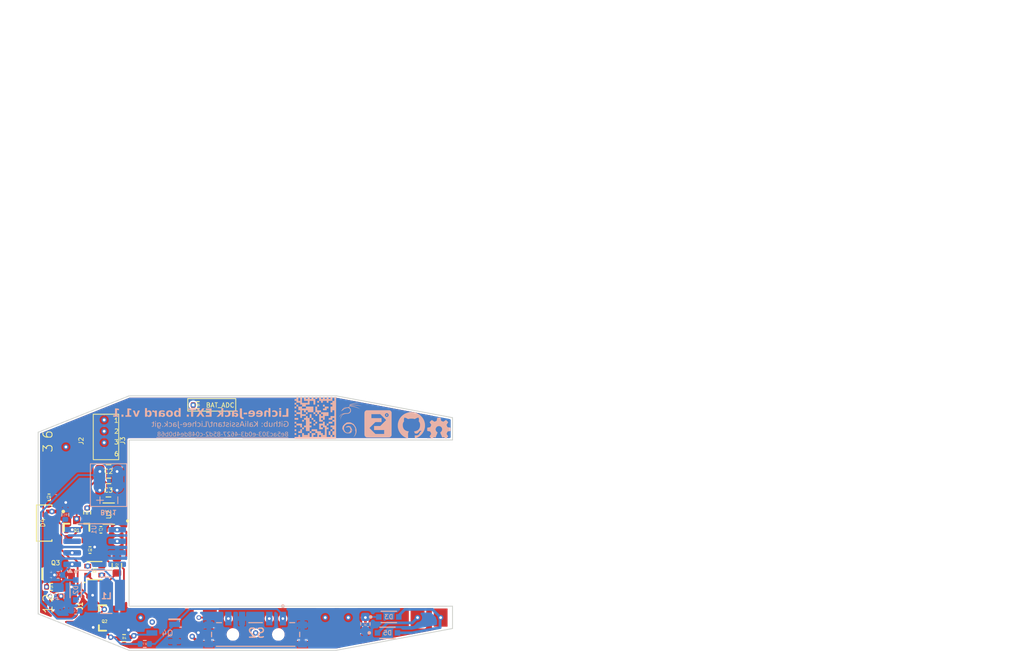
<source format=kicad_pcb>
(kicad_pcb (version 20241229) (generator "pcbnew") (generator_version "9.0")
  (title_block (title "Lichee-Jack EXT. Board") (date "2025-09-16") (rev "1.1") (company "KaliAssistant"))
  (layers (0 "F.Cu" signal) (4 "In1.Cu" signal) (6 "In2.Cu" signal) (2 "B.Cu" signal) (13 "F.Paste" user) (15 "B.Paste" user) (5 "F.SilkS" user "F.Silkscreen") (7 "B.SilkS" user "B.Silkscreen") (1 "F.Mask" user) (3 "B.Mask" user) (25 "Edge.Cuts" user))
  (net 0 "")
  (net 1 "Net-(U1-LX)")
  (net 2 "Net-(U1-VOUT)")
  (net 3 "PWR_IN")
  (net 4 "Net-(U1-VCC)")
  (net 5 "Net-(U2-VOUT)")
  (net 6 "Net-(U2-ST)")
  (net 7 "PWR_OUT")
  (net 8 "GNDREF")
  (net 9 "GPIO_27")
  (net 10 "Net-(D4-VSS)")
  (net 11 "GPIO_17")
  (net 12 "GPIO_15")
  (net 13 "Net-(U1-{slash}STDBY)")
  (net 14 "Net-(U1-PROG)")
  (net 15 "Net-(U1-{slash}CHRG)")
  (net 17 "Net-(D1-Pad1)")
  (net 19 "GPIO_25")
  (net 20 "ADC")
  (net 24 "Net-(Q2-Pad1)")
  (net 25 "Net-(Q4-Pad1)")
  (net 26 "Net-(BAT1-BAT+)")
  (net 27 "Net-(J1-Pad2)")
  (net 28 "Net-(J1-Pad1)")
  (net 29 "Net-(J2-Pad1)")
  (net 30 "Net-(J3-6)")
  (footprint "LED-RGB-0603:LED_OSTB0603C1C" (layer "F.Cu") (at 58.57 77.68 90)
    (property "Reference" "D1" (at 0.07 -0.01 90) (layer "F.SilkS") (effects (font (size 0.32 0.32) (thickness 0.06))))
    (property "Value" "OSTB0603C1C")
    (pad "1" smd rect (at -0.5 -0.775 90) (size 0.5 0.75) (layers "F.Cu" "F.Mask" "F.Paste") (net 17 "Net-(D1-Pad1)"))
    (pad "2" smd rect (at 0.5 -0.775 90) (size 0.5 0.75) (layers "F.Cu" "F.Mask" "F.Paste") (net 15 "Net-(U1-{slash}CHRG)"))
    (pad "3" smd rect (at -0.5 0.775 90) (size 0.5 0.75) (layers "F.Cu" "F.Mask" "F.Paste") (net 13 "Net-(U1-{slash}STDBY)"))
    (pad "4" smd rect (at 0.5 0.775 90) (size 0.5 0.75) (layers "F.Cu" "F.Mask" "F.Paste"))
  )
  (footprint "ETHPAD:ETHPAD" (layer "F.Cu") (at 55.4 63.3 180)
    (property "Reference" "J2" (at -1.68 -0.11 90) (layer "F.SilkS") (effects (font (size 0.5 0.5) (thickness 0.08))))
    (property "Value" "ETH100M_3-6")
    (pad "1" smd roundrect (at 0 -0.77 180) (size 2.7 1.27) (layers "F.Cu" "F.Mask" "F.Paste") (roundrect_rratio 0.5) (net 29 "Net-(J2-Pad1)"))
    (pad "2" smd roundrect (at 0 0.77 180) (size 2.7 1.27) (layers "F.Cu" "F.Mask" "F.Paste") (roundrect_rratio 0.5) (net 30 "Net-(J3-6)"))
  )
  (footprint "Resistor_SMD:R_0402_1005Metric" (layer "F.Cu") (at 61.8 85.1)
    (property "Reference" "R4" (at 0.02 0.02 0) (layer "F.SilkS") (effects (font (size 0.25 0.25) (thickness 0.04))))
    (property "Value" "10k")
    (pad "1" smd roundrect (at -0.51 0) (size 0.54 0.64) (layers "F.Cu" "F.Mask" "F.Paste") (net 5 "Net-(U2-VOUT)"))
    (pad "2" smd roundrect (at 0.51 0) (size 0.54 0.64) (layers "F.Cu" "F.Mask" "F.Paste") (net 24 "Net-(Q2-Pad1)"))
  )
  (footprint "Resistor_SMD:R_0402_1005Metric" (layer "F.Cu") (at 57.74 71.31 -90)
    (property "Reference" "R3" (at 0 0 90) (layer "F.SilkS") (effects (font (size 0.25 0.25) (thickness 0.04))))
    (property "Value" "100k")
    (pad "1" smd roundrect (at -0.51 0 270) (size 0.54 0.64) (layers "F.Cu" "F.Mask" "F.Paste") (net 3 "PWR_IN"))
    (pad "2" smd roundrect (at 0.51 0 270) (size 0.54 0.64) (layers "F.Cu" "F.Mask" "F.Paste") (net 6 "Net-(U2-ST)"))
  )
  (footprint "Capacitor_SMD:C_0402_1005Metric" (layer "F.Cu") (at 59.25 73.19 180)
    (property "Reference" "C7" (at 0 0 0) (layer "F.SilkS") (effects (font (size 0.25 0.25) (thickness 0.04))))
    (property "Value" "1uF")
    (pad "1" smd roundrect (at -0.48 0 180) (size 0.56 0.62) (layers "F.Cu" "F.Mask" "F.Paste") (net 3 "PWR_IN"))
    (pad "2" smd roundrect (at 0.48 0 180) (size 0.56 0.62) (layers "F.Cu" "F.Mask" "F.Paste") (net 8 "GNDREF"))
  )
  (footprint "AO3401A:SOT23-3" (layer "F.Cu") (at 56.58 73.22 -90)
    (property "Reference" "Q1" (at 0.02 0 0) (layer "F.SilkS") (effects (font (size 0.32 0.32) (thickness 0.06))))
    (property "Value" "AO3401A")
    (pad "1" smd rect (at 1 0.95 270) (size 0.9 0.8) (layers "F.Cu" "F.Mask" "F.Paste") (net 6 "Net-(U2-ST)"))
    (pad "2" smd rect (at 1 -0.95 270) (size 0.9 0.8) (layers "F.Cu" "F.Mask" "F.Paste") (net 5 "Net-(U2-VOUT)"))
    (pad "3" smd rect (at -1.1 0 270) (size 0.9 0.8) (layers "F.Cu" "F.Mask" "F.Paste") (net 2 "Net-(U1-VOUT)"))
  )
  (footprint "ETHPAD:ETHCON" (layer "F.Cu") (at 59.61 62.97)
    (property "Reference" "J3" (at 2.04 0.41 90) (layer "F.SilkS") (effects (font (size 0.5 0.5) (thickness 0.08))))
    (property "Value" "ETH100M-1236")
    (fp_text user "6" (at 1.06 2.16 0) (layer "F.SilkS") (effects (font (size 0.5 0.5) (thickness 0.08)) (justify left bottom)))
    (fp_text user "1" (at 1.33 -1.82 0) (layer "F.SilkS") (effects (font (size 0.5 0.5) (thickness 0.08))))
    (fp_text user "3" (at 1.05 0.86 0) (layer "F.SilkS") (effects (font (size 0.5 0.5) (thickness 0.08)) (justify left bottom)))
    (fp_text user "2" (at 1.06 -0.33 0) (layer "F.SilkS") (effects (font (size 0.5 0.5) (thickness 0.08)) (justify left bottom)))
    (pad "1" smd roundrect (at 0 -1.875) (size 2 1) (layers "F.Cu" "F.Mask" "F.Paste") (roundrect_rratio 0.15) (net 28 "Net-(J1-Pad1)"))
    (pad "2" smd roundrect (at 0 -0.625) (size 2 1) (layers "F.Cu" "F.Mask" "F.Paste") (roundrect_rratio 0.15) (net 27 "Net-(J1-Pad2)"))
    (pad "3" smd roundrect (at 0 0.625) (size 2 1) (layers "F.Cu" "F.Mask" "F.Paste") (roundrect_rratio 0.15) (net 29 "Net-(J2-Pad1)"))
    (pad "4" smd roundrect (at 0 1.875) (size 2 1) (layers "F.Cu" "F.Mask" "F.Paste") (roundrect_rratio 0.15) (net 30 "Net-(J3-6)"))
  )
  (footprint "Resistor_SMD:R_0402_1005Metric" (layer "F.Cu") (at 53.78 79.47)
    (property "Reference" "R5" (at -0.01 0.01 0) (layer "F.SilkS") (effects (font (size 0.25 0.25) (thickness 0.04))))
    (property "Value" "10k")
    (pad "1" smd roundrect (at -0.51 0) (size 0.54 0.64) (layers "F.Cu" "F.Mask" "F.Paste") (net 9 "GPIO_27"))
    (pad "2" smd roundrect (at 0.51 0) (size 0.54 0.64) (layers "F.Cu" "F.Mask" "F.Paste") (net 8 "GNDREF"))
  )
  (footprint "AO3400:SOT95P280X125-3N" (layer "F.Cu") (at 54.29 76.8 90)
    (property "Reference" "Q3" (at -0.03 -0.03 0) (layer "F.SilkS") (effects (font (size 0.5 0.5) (thickness 0.08))))
    (property "Value" "AO3400")
    (pad "1" smd rect (at -1.25 -0.95 90) (size 1.2 0.6) (layers "F.Cu" "F.Mask" "F.Paste") (net 9 "GPIO_27"))
    (pad "2" smd rect (at -1.25 0.95 90) (size 1.2 0.6) (layers "F.Cu" "F.Mask" "F.Paste") (net 8 "GNDREF"))
    (pad "3" smd rect (at 1.25 0 90) (size 1.2 0.6) (layers "F.Cu" "F.Mask" "F.Paste") (net 10 "Net-(D4-VSS)"))
  )
  (footprint "WS2812B-SIDE-4020:LED_WS2812B-4020" (layer "F.Cu") (at 53.01 72.45 90)
    (property "Reference" "D4" (at 0.03 -0.16 90) (layer "F.SilkS") (effects (font (size 0.5 0.5) (thickness 0.08))))
    (property "Value" "WS2812B-4020")
    (pad "1" smd rect (at 1.275 0.85 90) (size 0.42 1.3) (layers "F.Cu" "F.Mask" "F.Paste") (net 19 "GPIO_25"))
    (pad "2" smd rect (at 0.425 0.85 90) (size 0.42 1.3) (layers "F.Cu" "F.Mask" "F.Paste") (net 7 "PWR_OUT"))
    (pad "3" smd rect (at -0.425 0.85 90) (size 0.42 1.3) (layers "F.Cu" "F.Mask" "F.Paste"))
    (pad "4" smd rect (at -1.275 0.85 90) (size 0.42 1.3) (layers "F.Cu" "F.Mask" "F.Paste") (net 10 "Net-(D4-VSS)"))
  )
  (footprint "Resistor_SMD:R_0402_1005Metric" (layer "F.Cu") (at 69.92 59.46 180)
    (property "Reference" "R6" (at 0.01 0.01 0) (layer "F.SilkS") (effects (font (size 0.25 0.25) (thickness 0.04))))
    (property "Value" "0R")
    (pad "1" smd roundrect (at -0.51 0 180) (size 0.54 0.64) (layers "F.Cu" "F.Mask" "F.Paste") (net 20 "ADC"))
    (pad "2" smd roundrect (at 0.51 0 180) (size 0.54 0.64) (layers "F.Cu" "F.Mask" "F.Paste") (net 26 "Net-(BAT1-BAT+)"))
  )
  (footprint "Capacitor_SMD:C_0402_1005Metric" (layer "F.Cu") (at 58.05 75.42)
    (property "Reference" "C8" (at 0 0 0) (layer "F.SilkS") (effects (font (size 0.25 0.25) (thickness 0.04))))
    (property "Value" "100nF")
    (pad "1" smd roundrect (at -0.48 0) (size 0.56 0.62) (layers "F.Cu" "F.Mask" "F.Paste") (net 5 "Net-(U2-VOUT)"))
    (pad "2" smd roundrect (at 0.48 0) (size 0.56 0.62) (layers "F.Cu" "F.Mask" "F.Paste") (net 8 "GNDREF"))
  )
  (footprint "LM66100DCKX:SOT65P210X110-6N" (layer "F.Cu") (at 60.11 71.41 180)
    (property "Reference" "U2" (at -0.01 -0.1 90) (layer "F.SilkS") (effects (font (size 0.5 0.5) (thickness 0.08))))
    (property "Value" "LM66100DCKR")
    (pad "1" smd roundrect (at -0.96 -0.65 180) (size 1.19 0.4) (layers "F.Cu" "F.Mask" "F.Paste") (roundrect_rratio 0.125) (net 3 "PWR_IN"))
    (pad "2" smd roundrect (at -0.96 0 180) (size 1.19 0.4) (layers "F.Cu" "F.Mask" "F.Paste") (roundrect_rratio 0.125) (net 8 "GNDREF"))
    (pad "3" smd roundrect (at -0.96 0.65 180) (size 1.19 0.4) (layers "F.Cu" "F.Mask" "F.Paste") (roundrect_rratio 0.125) (net 2 "Net-(U1-VOUT)"))
    (pad "4" smd roundrect (at 0.96 0.65 180) (size 1.19 0.4) (layers "F.Cu" "F.Mask" "F.Paste") (roundrect_rratio 0.125))
    (pad "5" smd roundrect (at 0.96 0 180) (size 1.19 0.4) (layers "F.Cu" "F.Mask" "F.Paste") (roundrect_rratio 0.125) (net 6 "Net-(U2-ST)"))
    (pad "6" smd roundrect (at 0.96 -0.65 180) (size 1.19 0.4) (layers "F.Cu" "F.Mask" "F.Paste") (roundrect_rratio 0.125) (net 5 "Net-(U2-VOUT)"))
  )
  (footprint "LicheeRV-NANO:LicheeRV_Nano_MD" (layer "F.Cu") (at 80.15 72.45)
    (property "Reference" "U3" (hide yes))
    (property "Value" "LicheeRV_Nano" (hide yes))
    (fp_line (start -27.8 -10) (end -27.8 10) (stroke (width 0.1)) (layer "Edge.Cuts"))
    (fp_line (start -17.8 -14) (end -27.8 -10) (stroke (width 0.1)) (layer "Edge.Cuts"))
    (fp_line (start -17.8 -9.15) (end -17.8 9.15) (stroke (width 0.1)) (layer "Edge.Cuts"))
    (fp_line (start -17.8 -9.15) (end 17.8 -9.15) (stroke (width 0.1)) (layer "Edge.Cuts"))
    (fp_line (start -17.8 9.15) (end 17.8 9.15) (stroke (width 0.1)) (layer "Edge.Cuts"))
    (fp_line (start -17.8 14) (end -27.8 10) (stroke (width 0.1)) (layer "Edge.Cuts"))
    (fp_line (start 5 -14) (end -17.8 -14) (stroke (width 0.1)) (layer "Edge.Cuts"))
    (fp_line (start 5 -14) (end 17.8 -11.6) (stroke (width 0.1)) (layer "Edge.Cuts"))
    (fp_line (start 5 14) (end -17.8 14) (stroke (width 0.1)) (layer "Edge.Cuts"))
    (fp_line (start 5 14) (end 17.8 11.6) (stroke (width 0.1)) (layer "Edge.Cuts"))
    (fp_line (start 17.8 -11.6) (end 17.8 -9.15) (stroke (width 0.1)) (layer "Edge.Cuts"))
    (fp_line (start 17.8 9.15) (end 17.8 11.6) (stroke (width 0.1)) (layer "Edge.Cuts"))
    (pad "1" smd rect (at -16.53 10.4) (size 1.524 2) (layers "F.Cu" "F.Mask" "F.Paste") (net 11 "GPIO_17"))
    (pad "3" smd rect (at -11.45 10.4) (size 1.524 2) (layers "F.Cu" "F.Mask" "F.Paste") (net 8 "GNDREF"))
    (pad "4" smd rect (at -8.91 10.4) (size 1.524 2) (layers "F.Cu" "F.Mask" "F.Paste") (net 12 "GPIO_15"))
    (pad "9" smd rect (at 3.79 10.4) (size 1.524 2) (layers "F.Cu" "F.Mask" "F.Paste") (net 9 "GPIO_27"))
    (pad "10" smd rect (at 6.33 10.4) (size 1.524 2) (layers "F.Cu" "F.Mask" "F.Paste") (net 19 "GPIO_25"))
    (pad "13" smd rect (at 13.95 10.4) (size 1.524 2) (layers "F.Cu" "F.Mask" "F.Paste") (net 7 "PWR_OUT"))
    (pad "14" smd rect (at 16.49 10.4) (size 1.524 2) (layers "F.Cu" "F.Mask" "F.Paste") (net 3 "PWR_IN"))
    (pad "15" smd rect (at 16.49 -10.4) (size 1.524 2) (layers "F.Cu" "F.Mask" "F.Paste"))
    (pad "16" smd rect (at 13.95 -10.4) (size 1.524 2) (layers "F.Cu" "F.Mask" "F.Paste"))
    (pad "24" smd rect (at -6.37 -10.4) (size 1.524 2) (layers "F.Cu" "F.Mask" "F.Paste") (net 20 "ADC"))
    (pad "26" smd rect (at -11.45 -10.4) (size 1.524 2) (layers "F.Cu" "F.Mask" "F.Paste") (net 8 "GNDREF"))
  )
  (footprint "Capacitor_SMD:C_0805_2012Metric" (layer "F.Cu") (at 60.09 66.77)
    (property "Reference" "C2" (at 0 0 0) (layer "F.SilkS") (effects (font (size 0.5 0.5) (thickness 0.08))))
    (property "Value" "22uF")
    (pad "1" smd roundrect (at -0.95 0) (size 1 1.45) (layers "F.Cu" "F.Mask" "F.Paste") (net 26 "Net-(BAT1-BAT+)"))
    (pad "2" smd roundrect (at 0.95 0) (size 1 1.45) (layers "F.Cu" "F.Mask" "F.Paste") (net 8 "GNDREF"))
  )
  (footprint "AO3401A:SOT23-3" (layer "F.Cu") (at 59.73 82.89)
    (property "Reference" "Q2" (at -0.08 0.38 0) (layer "F.SilkS") (effects (font (size 0.32 0.32) (thickness 0.06))))
    (property "Value" "AO3401A")
    (pad "1" smd rect (at 1 0.95) (size 0.9 0.8) (layers "F.Cu" "F.Mask" "F.Paste") (net 24 "Net-(Q2-Pad1)"))
    (pad "2" smd rect (at 1 -0.95) (size 0.9 0.8) (layers "F.Cu" "F.Mask" "F.Paste") (net 5 "Net-(U2-VOUT)"))
    (pad "3" smd rect (at -1.1 0) (size 0.9 0.8) (layers "F.Cu" "F.Mask" "F.Paste") (net 7 "PWR_OUT"))
  )
  (footprint "Capacitor_SMD:C_0402_1005Metric" (layer "F.Cu") (at 53.54 69.62)
    (property "Reference" "C9" (at -0.02 -0.02 0) (layer "F.SilkS") (effects (font (size 0.25 0.25) (thickness 0.04))))
    (property "Value" "100nF")
    (pad "1" smd roundrect (at -0.48 0) (size 0.56 0.62) (layers "F.Cu" "F.Mask" "F.Paste") (net 7 "PWR_OUT"))
    (pad "2" smd roundrect (at 0.48 0) (size 0.56 0.62) (layers "F.Cu" "F.Mask" "F.Paste") (net 8 "GNDREF"))
  )
  (footprint "Resistor_SMD:R_0603_1608Metric" (layer "F.Cu") (at 61.01 77.12 -90)
    (property "Reference" "R2" (at -0.02 -0.02 90) (layer "F.SilkS") (effects (font (size 0.25 0.25) (thickness 0.04))))
    (property "Value" "1k")
    (pad "1" smd roundrect (at -0.825 0 270) (size 0.8 0.95) (layers "F.Cu" "F.Mask" "F.Paste") (net 4 "Net-(U1-VCC)"))
    (pad "2" smd roundrect (at 0.825 0 270) (size 0.8 0.95) (layers "F.Cu" "F.Mask" "F.Paste") (net 17 "Net-(D1-Pad1)"))
  )
  (footprint "Capacitor_SMD:C_0805_2012Metric" (layer "F.Cu") (at 60.08 68.84)
    (property "Reference" "C3" (at 0 0 0) (layer "F.SilkS") (effects (font (size 0.5 0.5) (thickness 0.08))))
    (property "Value" "22uF")
    (pad "1" smd roundrect (at -0.95 0) (size 1 1.45) (layers "F.Cu" "F.Mask" "F.Paste") (net 26 "Net-(BAT1-BAT+)"))
    (pad "2" smd roundrect (at 0.95 0) (size 1 1.45) (layers "F.Cu" "F.Mask" "F.Paste") (net 8 "GNDREF"))
  )
  (footprint "ETHPAD:ETHPAD" (layer "F.Cu") (at 55.4 81.6 180)
    (property "Reference" "J1" (at -1.59 0.03 90) (layer "F.SilkS") (effects (font (size 0.5 0.5) (thickness 0.8))))
    (property "Value" "ETH100M_1-2")
    (pad "1" smd roundrect (at 0 -0.77 180) (size 2.7 1.27) (layers "F.Cu" "F.Mask" "F.Paste") (roundrect_rratio 0.5) (net 28 "Net-(J1-Pad1)"))
    (pad "2" smd roundrect (at 0 0.77 180) (size 2.7 1.27) (layers "F.Cu" "F.Mask" "F.Paste") (roundrect_rratio 0.5) (net 27 "Net-(J1-Pad2)"))
  )
  (footprint "Capacitor_SMD:C_0402_1005Metric" (layer "B.Cu") (at 56.48 82.11 180)
    (property "Reference" "C1" (at 0 0 0) (layer "B.SilkS") (effects (font (size 0.25 0.25) (thickness 0.04)) (justify mirror)))
    (property "Value" "100nF")
    (pad "1" smd roundrect (at -0.48 0 180) (size 0.56 0.62) (layers "B.Cu" "B.Mask" "B.Paste") (net 26 "Net-(BAT1-BAT+)"))
    (pad "2" smd roundrect (at 0.48 0 180) (size 0.56 0.62) (layers "B.Cu" "B.Mask" "B.Paste") (net 8 "GNDREF"))
  )
  (footprint "ASPI-4030S-XXM-T:ASPI-4030S-XXXM-T" (layer "B.Cu") (at 59.84 80.39 180)
    (property "Reference" "L1" (at -0.02 -0.09 0) (layer "B.SilkS") (effects (font (size 0.64 0.64)) (justify mirror)))
    (property "Value" "10uH")
    (pad "1" smd rect (at -1.5 0 180) (size 1.1 3.4) (layers "B.Cu" "B.Mask" "B.Paste") (net 1 "Net-(U1-LX)"))
    (pad "2" smd rect (at 1.5 0 180) (size 1.1 3.4) (layers "B.Cu" "B.Mask" "B.Paste") (net 26 "Net-(BAT1-BAT+)"))
  )
  (footprint "Package_SO:SOIC-8-1EP_3.9x4.9mm_P1.27mm_EP2.29x3mm" (layer "B.Cu") (at 58.565 75.085)
    (property "Reference" "U1" (at -0.075 -1.915 90) (layer "B.SilkS") (effects (font (size 0.5 0.5) (thickness 0.08)) (justify mirror)))
    (property "Value" "TP5400")
    (pad "1" smd roundrect (at -2.475 1.905) (size 1.95 0.6) (layers "B.Cu" "B.Mask" "B.Paste") (net 2 "Net-(U1-VOUT)"))
    (pad "2" smd roundrect (at -2.475 0.635) (size 1.95 0.6) (layers "B.Cu" "B.Mask" "B.Paste") (net 15 "Net-(U1-{slash}CHRG)"))
    (pad "3" smd roundrect (at -2.475 -0.635) (size 1.95 0.6) (layers "B.Cu" "B.Mask" "B.Paste") (net 14 "Net-(U1-PROG)"))
    (pad "4" smd roundrect (at -2.475 -1.905) (size 1.95 0.6) (layers "B.Cu" "B.Mask" "B.Paste") (net 13 "Net-(U1-{slash}STDBY)"))
    (pad "5" smd roundrect (at 2.475 -1.905) (size 1.95 0.6) (layers "B.Cu" "B.Mask" "B.Paste") (net 4 "Net-(U1-VCC)"))
    (pad "6" smd roundrect (at 2.475 -0.635) (size 1.95 0.6) (layers "B.Cu" "B.Mask" "B.Paste") (net 26 "Net-(BAT1-BAT+)"))
    (pad "7" smd roundrect (at 2.475 0.635) (size 1.95 0.6) (layers "B.Cu" "B.Mask" "B.Paste") (net 8 "GNDREF"))
    (pad "8" smd roundrect (at 2.475 1.905) (size 1.95 0.6) (layers "B.Cu" "B.Mask" "B.Paste") (net 1 "Net-(U1-LX)"))
    (pad "9" smd rect (at 0 0) (size 2.29 3) (property pad_prop_heatsink) (layers "B.Cu" "B.Mask") (net 8 "GNDREF"))
  )
  (footprint "PMEG4010CEJ_115:DIO_PMEG4010CEJ_115" (layer "B.Cu") (at 90.7874 84.5312)
    (property "Reference" "D5" (at 0 0 0) (layer "B.SilkS") (effects (font (size 0.5 0.5) (thickness 0.08)) (justify mirror)))
    (property "Value" "SS1X-323")
    (pad "1" smd rect (at -1.1 0) (size 0.6 0.6) (layers "B.Cu" "B.Mask") (net 7 "PWR_OUT"))
    (pad "2" smd rect (at 1.1 0) (size 0.6 0.6) (layers "B.Cu" "B.Mask") (net 3 "PWR_IN"))
  )
  (footprint "AO3400:SOT95P280X125-3N" (layer "B.Cu") (at 66.11 84.54 180)
    (property "Reference" "Q4" (at -0.46 -0.04 0) (layer "B.SilkS") (effects (font (size 0.64 0.64) (thickness 0.08)) (justify mirror)))
    (property "Value" "AO3400")
    (pad "1" smd rect (at -1.25 0.95 180) (size 1.2 0.6) (layers "B.Cu" "B.Mask" "B.Paste") (net 25 "Net-(Q4-Pad1)"))
    (pad "2" smd rect (at -1.25 -0.95 180) (size 1.2 0.6) (layers "B.Cu" "B.Mask" "B.Paste") (net 8 "GNDREF"))
    (pad "3" smd rect (at 1.25 0 180) (size 1.2 0.6) (layers "B.Cu" "B.Mask" "B.Paste") (net 24 "Net-(Q2-Pad1)"))
  )
  (footprint "Capacitor_SMD:C_0402_1005Metric" (layer "B.Cu") (at 54.55 78.16 180)
    (property "Reference" "C5" (at 0 0 0) (layer "B.SilkS") (effects (font (size 0.25 0.25) (thickness 0.04)) (justify mirror)))
    (property "Value" "100nF")
    (pad "1" smd roundrect (at -0.48 0 180) (size 0.56 0.62) (layers "B.Cu" "B.Mask" "B.Paste") (net 2 "Net-(U1-VOUT)"))
    (pad "2" smd roundrect (at 0.48 0 180) (size 0.56 0.62) (layers "B.Cu" "B.Mask" "B.Paste") (net 8 "GNDREF"))
  )
  (footprint "BAT_CONN:BAT_PAD" (layer "B.Cu") (at 60.09 67.62 -90)
    (property "Reference" "BAT1" (at 3.65 0 180) (layer "B.SilkS") (effects (font (size 0.5 0.5) (thickness 0.1)) (justify mirror)))
    (property "Value" "3.7V 602030 , 300mAH")
    (fp_text user "+" (at 1.63 0.43 90) (layer "B.SilkS") (effects (font (thickness 0.1)) (justify left bottom mirror)))
    (fp_text user "-" (at 1.63 -1.53 90) (layer "B.SilkS") (effects (font (thickness 0.1)) (justify left bottom mirror)))
    (pad "1" smd oval (at 0 1 270) (size 3 1.27) (layers "B.Cu" "B.Mask" "B.Paste") (net 26 "Net-(BAT1-BAT+)"))
    (pad "2" smd oval (at 0 -1 270) (size 3 1.27) (layers "B.Cu" "B.Mask" "B.Paste") (net 8 "GNDREF"))
  )
  (footprint "ICON:sipeed_logo_3x3" (layer "B.Cu") (at 89.75 61.525 180)
    (property "Reference" "G***" (hide yes))
    (property "Value" "LOGO" (hide yes))
  )
  (footprint "UUID:8e5ac303-e0d3-4627-85d2-c048de4b0b68" (layer "B.Cu") (at 82.85 60.875 180)
    (property "Reference" "G***" (hide yes))
    (property "Value" "LOGO" (hide yes))
  )
  (footprint "Resistor_SMD:R_0402_1005Metric" (layer "B.Cu") (at 55.33 71.54 90)
    (property "Reference" "R1" (at -0.01 -0.01 0) (layer "B.SilkS") (effects (font (size 0.25 0.25) (thickness 0.04)) (justify mirror)))
    (property "Value" "5k")
    (pad "1" smd roundrect (at -0.51 0 90) (size 0.54 0.64) (layers "B.Cu" "B.Mask" "B.Paste") (net 14 "Net-(U1-PROG)"))
    (pad "2" smd roundrect (at 0.51 0 90) (size 0.54 0.64) (layers "B.Cu" "B.Mask" "B.Paste") (net 8 "GNDREF"))
  )
  (footprint "Capacitor_SMD:C_0805_2012Metric" (layer "B.Cu") (at 54.44 80.49 -90)
    (property "Reference" "C4" (at 0 0 90) (layer "B.SilkS") (effects (font (size 0.5 0.5) (thickness 0.08)) (justify mirror)))
    (property "Value" "47uF")
    (pad "1" smd roundrect (at -0.95 0 270) (size 1 1.45) (layers "B.Cu" "B.Mask" "B.Paste") (net 2 "Net-(U1-VOUT)"))
    (pad "2" smd roundrect (at 0.95 0 270) (size 1 1.45) (layers "B.Cu" "B.Mask" "B.Paste") (net 8 "GNDREF"))
  )
  (footprint "ICON:github_3x3" (layer "B.Cu") (at 93.425 61.675 180)
    (property "Reference" "G***" (hide yes))
    (property "Value" "LOGO" (hide yes))
  )
  (footprint "Resistor_SMD:R_0402_1005Metric" (layer "B.Cu") (at 64.08 85.75 180)
    (property "Reference" "R7" (at -0.01 -0.03 0) (layer "B.SilkS") (effects (font (size 0.25 0.25) (thickness 0.04)) (justify mirror)))
    (property "Value" "10k")
    (pad "1" smd roundrect (at -0.51 0 180) (size 0.54 0.64) (layers "B.Cu" "B.Mask" "B.Paste") (net 25 "Net-(Q4-Pad1)"))
    (pad "2" smd roundrect (at 0.51 0 180) (size 0.54 0.64) (layers "B.Cu" "B.Mask" "B.Paste") (net 5 "Net-(U2-VOUT)"))
  )
  (footprint "Capacitor_SMD:C_0603_1608Metric" (layer "B.Cu") (at 88.36 83.55 -90)
    (property "Reference" "C6" (at 0 0 90) (layer "B.SilkS") (effects (font (size 0.25 0.25) (thickness 0.04) (bold yes)) (justify mirror)))
    (property "Value" "10uF")
    (pad "1" smd roundrect (at -0.775 0 270) (size 0.9 0.95) (layers "B.Cu" "B.Mask" "B.Paste") (net 4 "Net-(U1-VCC)"))
    (pad "2" smd roundrect (at 0.775 0 270) (size 0.9 0.95) (layers "B.Cu" "B.Mask" "B.Paste") (net 8 "GNDREF"))
  )
  (footprint "PMEG4010CEJ_115:DIO_PMEG4010CEJ_115" (layer "B.Cu") (at 90.94 82.78)
    (property "Reference" "D3" (at 0 -0.01 0) (layer "B.SilkS") (effects (font (size 0.5 0.5) (thickness 0.08)) (justify mirror)))
    (property "Value" "SS1X-323")
    (pad "1" smd rect (at -1.1 0) (size 0.6 0.6) (layers "B.Cu" "B.Mask") (net 4 "Net-(U1-VCC)"))
    (pad "2" smd rect (at 1.1 0) (size 0.6 0.6) (layers "B.Cu" "B.Mask") (net 3 "PWR_IN"))
  )
  (footprint "PMEG4010CEJ_115:DIO_PMEG4010CEJ_115" (layer "B.Cu") (at 56.48 79.81 -90)
    (property "Reference" "D2" (at 0 0 90) (layer "B.SilkS") (effects (font (size 0.5 0.5) (thickness 0.08)) (justify mirror)))
    (property "Value" "SS1X-323")
    (pad "1" smd rect (at -1.1 0 270) (size 0.6 0.6) (layers "B.Cu" "B.Mask") (net 2 "Net-(U1-VOUT)"))
    (pad "2" smd rect (at 1.1 0 270) (size 0.6 0.6) (layers "B.Cu" "B.Mask") (net 1 "Net-(U1-LX)"))
  )
  (footprint "ICON:kali_2_5x2_5" (layer "B.Cu") (at 86.75 60.175 180)
    (property "Reference" "G***" (hide yes))
    (property "Value" "LOGO" (hide yes))
  )
  (footprint "EG1315AA:SW_EG1315AA" (layer "B.Cu") (at 76.28 84.71 180)
    (property "Reference" "S2" (at -0.09 0.16 0) (layer "B.SilkS") (effects (justify mirror)))
    (property "Value" "EG1315AA")
    (pad "" np_thru_hole circle (at -2.5 0 180) (size 0.9 0.9) (drill 0.9) (layers "*.Cu" "*.Mask"))
    (pad "" np_thru_hole circle (at 2.5 0 180) (size 0.9 0.9) (drill 0.9) (layers "*.Cu" "*.Mask"))
    (pad "1" smd rect (at -3 1.75 180) (size 0.7 1.5) (layers "B.Cu" "B.Mask" "B.Paste") (net 25 "Net-(Q4-Pad1)"))
    (pad "2" smd rect (at -1.5 1.75 180) (size 0.7 1.5) (layers "B.Cu" "B.Mask" "B.Paste") (net 12 "GPIO_15"))
    (pad "3" smd rect (at 1.5 1.75 180) (size 0.7 1.5) (layers "B.Cu" "B.Mask" "B.Paste") (net 8 "GNDREF"))
    (pad "4" smd rect (at 3 1.75 180) (size 0.7 1.5) (layers "B.Cu" "B.Mask" "B.Paste") (net 11 "GPIO_17"))
    (pad "SH1" smd rect (at -5.15 1.05 180) (size 1 0.8) (layers "B.Cu" "B.Mask" "B.Paste") (net 8 "GNDREF"))
    (pad "SH2" smd rect (at -5.15 -1.05 180) (size 1 0.8) (layers "B.Cu" "B.Mask" "B.Paste") (net 8 "GNDREF"))
    (pad "SH3" smd rect (at 5.15 -1.05 180) (size 1 0.8) (layers "B.Cu" "B.Mask" "B.Paste") (net 8 "GNDREF"))
    (pad "SH4" smd rect (at 5.15 1.05 180) (size 1 0.8) (layers "B.Cu" "B.Mask" "B.Paste") (net 8 "GNDREF"))
  )
  (footprint "ICON:debian_2x2" (layer "B.Cu") (at 86.6 62.175 180)
    (property "Reference" "G***" (hide yes))
    (property "Value" "LOGO" (hide yes))
  )
  (footprint "ICON:oshw_3x3" (layer "B.Cu") (at 96.45 62 180)
    (property "Reference" "G***" (hide yes))
    (property "Value" "LOGO" (hide yes))
  )
  (gr_rect (start 68.81 58.75) (end 74.09 60.13) (stroke (width 0.1)) (fill no) (layer "F.SilkS"))
  (gr_line (start 65.375 63.025) (end 79.85 63.025) (stroke (width 0.06)) (layer "B.SilkS"))
  (gr_text "2" (at 54 81.25 90) (layer "F.SilkS") (effects (font (size 1 1) (thickness 0.1)) (justify left bottom)))
  (gr_text "1" (at 54 82.5 90) (layer "F.SilkS") (effects (font (size 1 1) (thickness 0.1)) (justify left bottom)))
  (gr_text "6" (at 54 63.25 90) (layer "F.SilkS") (effects (font (size 1 1) (thickness 0.1)) (justify left bottom)))
  (gr_text "BAT_ADC" (at 70.77 59.77 0) (layer "F.SilkS") (effects (font (size 0.5 0.5) (thickness 0.08)) (justify left bottom)))
  (gr_text "3" (at 54 64.75 90) (layer "F.SilkS") (effects (font (size 1 1) (thickness 0.1)) (justify left bottom)))
  (gr_text "Lichee-Jack EXT. board v1.1" (at 80 60.9 0) (layer "B.SilkS") (effects (font (size 0.9 0.9) (thickness 0.22) (bold yes)) (justify left bottom mirror)))
  (gr_text "8e5ac303-e0d3-4627-85d2-c048de4b0b68" (at 79.9 62.975 0) (layer "B.SilkS") (effects (font (size 0.48 0.48) (thickness 0.1)) (justify left bottom mirror)))
  (gr_text "Github: KaliAssistant/Lichee-Jack.git" (at 79.95 61.95 0) (layer "B.SilkS") (effects (font (size 0.6 0.6) (thickness 0.1)) (justify left bottom mirror)))
  (segment (start 59.593943 77.579) (end 61.34 79.325057) (width 0.2) (layer "B.Cu") (net 1))
  (segment (start 56.48 80.91) (end 57.489 79.901) (width 0.2) (layer "B.Cu") (net 1))
  (segment (start 58.299 77.579) (end 59.593943 77.579) (width 0.2) (layer "B.Cu") (net 1))
  (segment (start 57.489 79.901) (end 57.489 78.389) (width 0.2) (layer "B.Cu") (net 1))
  (segment (start 61.339999 77.289999) (end 61.04 76.99) (width 0.2) (layer "B.Cu") (net 1))
  (segment (start 57.489 78.389) (end 58.299 77.579) (width 0.2) (layer "B.Cu") (net 1))
  (segment (start 61.34 79.325057) (end 61.34 80.39) (width 0.2) (layer "B.Cu") (net 1))
  (segment (start 61.34 80.39) (end 61.339999 77.289999) (width 0.2) (layer "B.Cu") (net 1))
  (segment (start 59.61516 67.814) (end 58.64484 67.814) (width 0.2) (layer "F.Cu") (net 2))
  (segment (start 59.931 69.621) (end 59.931 68.12984) (width 0.2) (layer "F.Cu") (net 2))
  (segment (start 61.07 70.76) (end 59.931 69.621) (width 0.2) (layer "F.Cu") (net 2))
  (segment (start 59.931 68.12984) (end 59.61516 67.814) (width 0.2) (layer "F.Cu") (net 2))
  (segment (start 56.58 69.87884) (end 56.58 71.98) (width 0.2) (layer "F.Cu") (net 2))
  (segment (start 56.58 71.98) (end 56.58 72.12) (width 0.2) (layer "F.Cu") (net 2))
  (segment (start 58.64484 67.814) (end 56.58 69.87884) (width 0.2) (layer "F.Cu") (net 2))
  (via (at 56.09 76.99) (size 0.6) (drill 0.3) (layers "F.Cu" "B.Cu") (net 2))
  (via (at 56.58 71.98) (size 0.6) (drill 0.3) (layers "F.Cu" "B.Cu") (net 2))
  (segment (start 54.44 79.54) (end 55.27 78.71) (width 0.2) (layer "B.Cu") (net 2))
  (segment (start 55.58 78.71) (end 55.03 78.16) (width 0.2) (layer "B.Cu") (net 2))
  (segment (start 55.03 78.16) (end 55.03 78.05) (width 0.2) (layer "B.Cu") (net 2))
  (segment (start 56.48 78.71) (end 55.58 78.71) (width 0.2) (layer "B.Cu") (net 2))
  (segment (start 55.27 78.71) (end 55.58 78.71) (width 0.2) (layer "B.Cu") (net 2))
  (segment (start 55.03 78.05) (end 56.09 76.99) (width 0.2) (layer "B.Cu") (net 2))
  (segment (start 57.74 70.8) (end 58.281 70.259) (width 0.2) (layer "F.Cu") (net 3))
  (segment (start 60.046 70.463226) (end 60.046 71.631) (width 0.2) (layer "F.Cu") (net 3))
  (segment (start 59.73 73.19) (end 60.046 72.874) (width 0.2) (layer "F.Cu") (net 3))
  (segment (start 60.046 72.874) (end 60.046 71.631) (width 0.2) (layer "F.Cu") (net 3))
  (segment (start 60.046 71.631) (end 60.475 72.06) (width 0.2) (layer "F.Cu") (net 3))
  (segment (start 59.841774 70.259) (end 60.046 70.463226) (width 0.2) (layer "F.Cu") (net 3))
  (segment (start 58.281 70.259) (end 59.841774 70.259) (width 0.2) (layer "F.Cu") (net 3))
  (segment (start 60.475 72.06) (end 61.07 72.06) (width 0.2) (layer "F.Cu") (net 3))
  (via (at 96.64 82.85) (size 0.6) (drill 0.3) (layers "F.Cu" "B.Cu") (net 3))
  (via (at 57.74 70.8) (size 0.6) (drill 0.3) (layers "F.Cu" "B.Cu") (net 3))
  (segment (start 95.741 81.951) (end 92.709 81.951) (width 0.3) (layer "B.Cu") (net 3))
  (segment (start 92.04 82.62) (end 92.04 82.78) (width 0.3) (layer "B.Cu") (net 3))
  (segment (start 93.478978 84.5312) (end 96.583881 83.949031) (width 0.3) (layer "B.Cu") (net 3))
  (segment (start 92.709 81.951) (end 92.04 82.62) (width 0.3) (layer "B.Cu") (net 3))
  (segment (start 91.8874 84.5312) (end 93.478978 84.5312) (width 0.3) (layer "B.Cu") (net 3))
  (segment (start 96.583881 82.906119) (end 96.64 82.85) (width 0.3) (layer "B.Cu") (net 3))
  (segment (start 96.64 82.85) (end 95.741 81.951) (width 0.3) (layer "B.Cu") (net 3))
  (segment (start 96.583881 83.949031) (end 96.583881 82.906119) (width 0.3) (layer "B.Cu") (net 3))
  (segment (start 88.36 84.4) (end 87.199 85.561) (width 0.3) (layer "F.Cu") (net 4))
  (segment (start 61.01 76.295) (end 61.874 76.295) (width 0.2) (layer "F.Cu") (net 4))
  (segment (start 62.049 73.429) (end 61.8 73.18) (width 0.2) (layer "F.Cu") (net 4))
  (segment (start 61.8 73.18) (end 61.04 73.18) (width 0.2) (layer "F.Cu") (net 4))
  (segment (start 69.931 85.561) (end 69.3 84.93) (width 0.3) (layer "F.Cu") (net 4))
  (segment (start 87.199 85.561) (end 69.931 85.561) (width 0.3) (layer "F.Cu") (net 4))
  (segment (start 88.36 82.849) (end 88.36 84.4) (width 0.3) (layer "F.Cu") (net 4))
  (segment (start 62.049 76.12) (end 62.049 73.429) (width 0.2) (layer "F.Cu") (net 4))
  (segment (start 61.874 76.295) (end 62.049 76.12) (width 0.2) (layer "F.Cu") (net 4))
  (via (at 69.3 84.93) (size 0.6) (drill 0.3) (layers "F.Cu" "B.Cu") (net 4))
  (via (at 88.36 82.849) (size 0.6) (drill 0.3) (layers "F.Cu" "B.Cu") (net 4))
  (via (at 61.04 73.18) (size 0.6) (drill 0.3) (layers "F.Cu" "B.Cu") (net 4))
  (segment (start 89.84 82.78) (end 88.365 82.78) (width 0.2) (layer "B.Cu") (net 4))
  (segment (start 88.365 82.78) (end 88.36 82.775) (width 0.2) (layer "B.Cu") (net 4))
  (segment (start 61.01355 81.65645) (end 61.786 80.884) (width 0.2) (layer "F.Cu") (net 5))
  (segment (start 59.979 82.691) (end 60.73 81.94) (width 0.2) (layer "F.Cu") (net 5))
  (segment (start 60.402 77.01) (end 59.423 76.031) (width 0.2) (layer "F.Cu") (net 5))
  (segment (start 59.423 76.031) (end 58.181 76.031) (width 0.2) (layer "F.Cu") (net 5))
  (segment (start 60.33 85.01) (end 61.2 85.01) (width 0.2) (layer "F.Cu") (net 5))
  (segment (start 61.264064 77.01) (end 60.402 77.01) (width 0.2) (layer "F.Cu") (net 5))
  (segment (start 60.33 85.01) (end 59.979 84.659) (width 0.2) (layer "F.Cu") (net 5))
  (segment (start 57.53 74.22) (end 57.53 73.085) (width 0.2) (layer "F.Cu") (net 5))
  (segment (start 57.57 75.42) (end 57.57 74.26) (width 0.2) (layer "F.Cu") (net 5))
  (segment (start 57.57 74.26) (end 57.53 74.22) (width 0.2) (layer "F.Cu") (net 5))
  (segment (start 59.979 84.659) (end 59.979 82.691) (width 0.2) (layer "F.Cu") (net 5))
  (segment (start 58.181 76.031) (end 57.57 75.42) (width 0.2) (layer "F.Cu") (net 5))
  (segment (start 61.786 77.531936) (end 61.264064 77.01) (width 0.2) (layer "F.Cu") (net 5))
  (segment (start 57.53 73.085) (end 58.555 72.06) (width 0.2) (layer "F.Cu") (net 5))
  (segment (start 61.786 80.884) (end 61.786 77.531936) (width 0.2) (layer "F.Cu") (net 5))
  (segment (start 58.555 72.06) (end 59.15 72.06) (width 0.2) (layer "F.Cu") (net 5))
  (segment (start 61.2 85.01) (end 61.29 85.1) (width 0.2) (layer "F.Cu") (net 5))
  (via (at 60.33 85.01) (size 0.6) (drill 0.3) (layers "F.Cu" "B.Cu") (net 5))
  (segment (start 60.683124 85.01) (end 61.431562 85.758438) (width 0.2) (layer "B.Cu") (net 5))
  (segment (start 60.33 85.01) (end 60.683124 85.01) (width 0.2) (layer "B.Cu") (net 5))
  (segment (start 63.57 85.75) (end 63.561562 85.758438) (width 0.2) (layer "B.Cu") (net 5))
  (segment (start 63.561562 85.758438) (end 61.431562 85.758438) (width 0.2) (layer "B.Cu") (net 5))
  (segment (start 55.8279 74.22) (end 57.74 72.3079) (width 0.2) (layer "F.Cu") (net 6))
  (segment (start 57.74 71.82) (end 58.15 71.41) (width 0.2) (layer "F.Cu") (net 6))
  (segment (start 58.15 71.41) (end 59.15 71.41) (width 0.2) (layer "F.Cu") (net 6))
  (segment (start 55.63 74.22) (end 55.8279 74.22) (width 0.2) (layer "F.Cu") (net 6))
  (segment (start 57.74 72.3079) (end 57.74 71.82) (width 0.2) (layer "F.Cu") (net 6))
  (segment (start 59.63 81.94) (end 58.681 80.991) (width 0.2) (layer "F.Cu") (net 7))
  (segment (start 58.681 80.991) (end 58.091057 80.991) (width 0.2) (layer "F.Cu") (net 7))
  (segment (start 58.68 82.89) (end 59.63 81.94) (width 0.2) (layer "F.Cu") (net 7))
  (segment (start 58.63 82.89) (end 58.68 82.89) (width 0.2) (layer "F.Cu") (net 7))
  (segment (start 57.739 80.638943) (end 57.739 80.349) (width 0.2) (layer "F.Cu") (net 7))
  (segment (start 53.06 69.62) (end 52.909 69.771) (width 0.2) (layer "F.Cu") (net 7))
  (segment (start 52.909 69.771) (end 52.909 71.686) (width 0.2) (layer "F.Cu") (net 7))
  (segment (start 57.739 80.349) (end 56.691 79.301) (width 0.2) (layer "F.Cu") (net 7))
  (segment (start 55.841057 76.321) (end 54.891 75.370943) (width 0.2) (layer "F.Cu") (net 7))
  (segment (start 53.248 72.025) (end 53.86 72.025) (width 0.2) (layer "F.Cu") (net 7))
  (segment (start 54.891 75.370943) (end 54.891 72.616) (width 0.2) (layer "F.Cu") (net 7))
  (segment (start 54.3 72.025) (end 53.86 72.025) (width 0.2) (layer "F.Cu") (net 7))
  (segment (start 56.691 79.301) (end 56.691 76.741057) (width 0.2) (layer "F.Cu") (net 7))
  (segment (start 54.891 72.616) (end 54.3 72.025) (width 0.2) (layer "F.Cu") (net 7))
  (segment (start 58.091057 80.991) (end 57.739 80.638943) (width 0.2) (layer "F.Cu") (net 7))
  (segment (start 56.270943 76.321) (end 55.841057 76.321) (width 0.2) (layer "F.Cu") (net 7))
  (segment (start 56.691 76.741057) (end 56.270943 76.321) (width 0.2) (layer "F.Cu") (net 7))
  (segment (start 52.909 71.686) (end 53.248 72.025) (width 0.2) (layer "F.Cu") (net 7))
  (via (at 94.1 82.85) (size 0.6) (drill 0.3) (layers "F.Cu" "B.Cu") (net 7))
  (via (at 59.63 81.94) (size 0.6) (drill 0.3) (layers "F.Cu" "B.Cu") (net 7))
  (via (at 64.897998 83.34) (size 0.6) (drill 0.3) (layers "F.Cu" "B.Cu") (net 7))
  (via (at 76.28 84.54) (size 0.6) (drill 0.3) (layers "F.Cu" "B.Cu") (net 7))
  (segment (start 93.519 83.431) (end 94.1 82.85) (width 0.3) (layer "B.Cu") (net 7))
  (segment (start 89.6874 84.5312) (end 90.7876 83.431) (width 0.3) (layer "B.Cu") (net 7))
  (segment (start 90.7876 83.431) (end 93.519 83.431) (width 0.3) (layer "B.Cu") (net 7))
  (segment (start 61.612774 71.41) (end 61.966 71.056774) (width 0.2) (layer "F.Cu") (net 8))
  (segment (start 57.338 80.5151) (end 56.417368 79.594468) (width 0.2) (layer "F.Cu") (net 8))
  (segment (start 55.3825 70.1825) (end 54.5825 70.1825) (width 0.2) (layer "F.Cu") (net 8))
  (segment (start 55.59 79.47) (end 54.29 79.47) (width 0.2) (layer "F.Cu") (net 8))
  (segment (start 58.565 73.395) (end 58.77 73.19) (width 0.2) (layer "F.Cu") (net 8))
  (segment (start 58.565 75.085) (end 58.565 73.395) (width 0.2) (layer "F.Cu") (net 8))
  (segment (start 54.250002 78.05) (end 54.140002 78.16) (width 0.2) (layer "F.Cu") (net 8))
  (segment (start 69.681263 84.21) (end 62.28 84.21) (width 0.2) (layer "F.Cu") (net 8))
  (segment (start 56.1229 79.594468) (end 56.007872 79.47944) (width 0.2) (layer "F.Cu") (net 8))
  (segment (start 54.29 79) (end 55.24 78.05) (width 0.2) (layer "F.Cu") (net 8))
  (segment (start 61.03 66.77) (end 61.03 63.31) (width 0.2) (layer "F.Cu") (net 8))
  (segment (start 61.966 69.776) (end 61.03 68.84) (width 0.2) (layer "F.Cu") (net 8))
  (segment (start 58.06247 83.591) (end 57.879 83.591) (width 0.2) (layer "F.Cu") (net 8))
  (segment (start 57.338 80.805043) (end 57.338 80.5151) (width 0.2) (layer "F.Cu") (net 8))
  (segment (start 56.417368 79.594468) (end 56.1229 79.594468) (width 0.2) (layer "F.Cu") (net 8))
  (segment (start 58.400736 83.929266) (end 58.06247 83.591) (width 0.2) (layer "F.Cu") (net 8))
  (segment (start 55.59944 79.47944) (end 55.59 79.47) (width 0.2) (layer "F.Cu") (net 8))
  (segment (start 68.05 62.7) (end 68.7 62.05) (width 0.2) (layer "F.Cu") (net 8))
  (segment (start 61.64 62.7) (end 68.05 62.7) (width 0.2) (layer "F.Cu") (net 8))
  (segment (start 68.7 83.228737) (end 69.980263 84.509) (width 0.2) (layer "F.Cu") (net 8))
  (segment (start 54.44 79.62) (end 54.29 79.47) (width 0.2) (layer "F.Cu") (net 8))
  (segment (start 61.03 63.31) (end 61.64 62.7) (width 0.2) (layer "F.Cu") (net 8))
  (segment (start 54.29 79.47) (end 54.29 79) (width 0.2) (layer "F.Cu") (net 8))
  (segment (start 54.5825 70.1825) (end 54.02 69.62) (width 0.2) (layer "F.Cu") (net 8))
  (segment (start 57.879 83.591) (end 57.879 81.346043) (width 0.2) (layer "F.Cu") (net 8))
  (segment (start 61.07 71.41) (end 61.612774 71.41) (width 0.2) (layer "F.Cu") (net 8))
  (segment (start 55.24 78.05) (end 54.250002 78.05) (width 0.2) (layer "F.Cu") (net 8))
  (segment (start 56.007872 79.47944) (end 55.59944 79.47944) (width 0.2) (layer "F.Cu") (net 8))
  (segment (start 68.7 82.85) (end 68.7 83.228737) (width 0.2) (layer "F.Cu") (net 8))
  (segment (start 61.966 71.056774) (end 61.966 69.776) (width 0.2) (layer "F.Cu") (net 8))
  (segment (start 69.980263 84.509) (end 69.681263 84.21) (width 0.2) (layer "F.Cu") (net 8))
  (segment (start 57.879 81.346043) (end 57.338 80.805043) (width 0.2) (layer "F.Cu") (net 8))
  (via (at 62.28 84.21) (size 0.6) (drill 0.3) (layers "F.Cu" "B.Cu") (net 8))
  (via (at 61.03 68.84) (size 0.6) (drill 0.3) (layers "F.Cu" "B.Cu") (net 8))
  (via (at 58.400736 83.929266) (size 0.6) (drill 0.3) (layers "F.Cu" "B.Cu") (net 8))
  (via (at 55.3825 70.1825) (size 0.6) (drill 0.3) (layers "F.Cu" "B.Cu") (net 8))
  (via (at 54.140002 78.16) (size 0.6) (drill 0.3) (layers "F.Cu" "B.Cu") (net 8))
  (via (at 56.007872 79.47944) (size 0.6) (drill 0.3) (layers "F.Cu" "B.Cu") (net 8))
  (via (at 58.565 75.085) (size 0.6) (drill 0.3) (layers "F.Cu" "B.Cu") (net 8))
  (via (at 69.980263 84.509) (size 0.6) (drill 0.3) (layers "F.Cu" "B.Cu") (net 8))
  (via (at 61.03 66.77) (size 0.6) (drill 0.3) (layers "F.Cu" "B.Cu") (net 8))
  (segment (start 88.324 84.361) (end 80.261785 84.361) (width 0.2) (layer "B.Cu") (net 8))
  (segment (start 54.935 81.445) (end 54.445 81.445) (width 0.2) (layer "B.Cu") (net 8))
  (segment (start 61.03 68.84) (end 61.03 69.985) (width 0.2) (layer "B.Cu") (net 8))
  (segment (start 71.13 85.658737) (end 69.980263 84.509) (width 0.2) (layer "B.Cu") (net 8))
  (segment (start 54.445 81.445) (end 54.44 81.44) (width 0.2) (layer "B.Cu") (net 8))
  (segment (start 58.565 72.45) (end 60.05 70.965) (width 0.2) (layer "B.Cu") (net 8))
  (segment (start 80.261785 84.361) (end 79.111785 85.511) (width 0.2) (layer "B.Cu") (net 8))
  (segment (start 70.829263 83.66) (end 69.980263 84.509) (width 0.2) (layer "B.Cu") (net 8))
  (segment (start 73.448215 85.511) (end 74.111785 85.511) (width 0.2) (layer "B.Cu") (net 8))
  (segment (start 72.446215 84.509) (end 73.448215 85.511) (width 0.2) (layer "B.Cu") (net 8))
  (segment (start 71.13 83.66) (end 70.829263 83.66) (width 0.2) (layer "B.Cu") (net 8))
  (segment (start 81.43 85.76) (end 81.43 85.281) (width 0.2) (layer "B.Cu") (net 8))
  (segment (start 56.007872 79.47944) (end 55.41 80.077312) (width 0.2) (layer "B.Cu") (net 8))
  (segment (start 80.729 84.361) (end 80.51 84.361) (width 0.2) (layer "B.Cu") (net 8))
  (segment (start 74.111785 85.511) (end 74.78 84.842785) (width 0.2) (layer "B.Cu") (net 8))
  (segment (start 58.870002 83.46) (end 61.53 83.46) (width 0.2) (layer "B.Cu") (net 8))
  (segment (start 58.400736 83.929266) (end 58.870002 83.46) (width 0.2) (layer "B.Cu") (net 8))
  (segment (start 69.980263 84.509) (end 72.446215 84.509) (width 0.2) (layer "B.Cu") (net 8))
  (segment (start 55.41 80.97) (end 54.935 81.445) (width 0.2) (layer "B.Cu") (net 8))
  (segment (start 59.2 75.72) (end 58.565 75.085) (width 0.2) (layer "B.Cu") (net 8))
  (segment (start 61.53 83.46) (end 62.28 84.21) (width 0.2) (layer "B.Cu") (net 8))
  (segment (start 74.78 84.842785) (end 74.78 82.96) (width 0.2) (layer "B.Cu") (net 8))
  (segment (start 55.33 71.03) (end 55.33 70.235) (width 0.2) (layer "B.Cu") (net 8))
  (segment (start 81.43 85.281) (end 80.51 84.361) (width 0.2) (layer "B.Cu") (net 8))
  (segment (start 81.43 83.66) (end 80.729 84.361) (width 0.2) (layer "B.Cu") (net 8))
  (segment (start 56 82.11) (end 55.11 82.11) (width 0.2) (layer "B.Cu") (net 8))
  (segment (start 69.800263 84.329) (end 69.980263 84.509) (width 0.2) (layer "B.Cu") (net 8))
  (segment (start 67.36 85.49) (end 68.521 84.329) (width 0.2) (layer "B.Cu") (net 8))
  (segment (start 61.03 68.84) (end 61.03 66.77) (width 0.2) (layer "B.Cu") (net 8))
  (segment (start 55.11 82.11) (end 54.44 81.44) (width 0.2) (layer "B.Cu") (net 8))
  (segment (start 80.51 84.361) (end 80.261785 84.361) (width 0.2) (layer "B.Cu") (net 8))
  (segment (start 57.15 68.415) (end 57.5 68.415) (width 0.2) (layer "B.Cu") (net 8))
  (segment (start 58.565 75.085) (end 58.565 72.45) (width 0.2) (layer "B.Cu") (net 8))
  (segment (start 61.03 69.985) (end 60.05 70.965) (width 0.2) (layer "B.Cu") (net 8))
  (segment (start 71.13 85.76) (end 71.13 85.658737) (width 0.2) (layer "B.Cu") (net 8))
  (segment (start 55.3825 70.1825) (end 57.15 68.415) (width 0.2) (layer "B.Cu") (net 8))
  (segment (start 61.04 75.72) (end 59.2 75.72) (width 0.2) (layer "B.Cu") (net 8))
  (segment (start 55.41 80.077312) (end 55.41 80.97) (width 0.2) (layer "B.Cu") (net 8))
  (segment (start 88.36 84.325) (end 88.324 84.361) (width 0.2) (layer "B.Cu") (net 8))
  (segment (start 79.111785 85.511) (end 74.111785 85.511) (width 0.2) (layer "B.Cu") (net 8))
  (segment (start 57.5 68.415) (end 60.05 70.965) (width 0.2) (layer "B.Cu") (net 8))
  (segment (start 68.521 84.329) (end 69.800263 84.329) (width 0.2) (layer "B.Cu") (net 8))
  (segment (start 55.33 70.235) (end 55.3825 70.1825) (width 0.2) (layer "B.Cu") (net 8))
  (segment (start 53.34 79.4) (end 53.27 79.47) (width 0.2) (layer "F.Cu") (net 9))
  (segment (start 53.34 78.05) (end 53.34 79.4) (width 0.2) (layer "F.Cu") (net 9))
  (via (at 53.265 79.47) (size 0.5) (drill 0.3) (layers "F.Cu" "B.Cu") (net 9))
  (via (at 83.94 82.85) (size 0.6) (drill 0.3) (layers "F.Cu" "B.Cu") (net 9))
  (segment (start 54.29 75.55) (end 54.29 74.155) (width 0.2) (layer "F.Cu") (net 10))
  (segment (start 54.29 74.155) (end 53.86 73.725) (width 0.2) (layer "F.Cu") (net 10))
  (via (at 73.28 82.96) (size 0.6) (drill 0.3) (layers "F.Cu" "B.Cu") (net 11))
  (via (at 63.62 82.85) (size 0.6) (drill 0.3) (layers "F.Cu" "B.Cu") (net 11))
  (segment (start 70.027998 82.85) (end 71.24 82.85) (width 0.2) (layer "F.Cu") (net 12))
  (via (at 77.78 82.96) (size 0.6) (drill 0.3) (layers "F.Cu" "B.Cu") (net 12))
  (via (at 70.027998 82.85) (size 0.5) (drill 0.3) (layers "F.Cu" "B.Cu") (net 12))
  (via (at 59.345 78.18) (size 0.6) (drill 0.3) (layers "F.Cu" "B.Cu") (net 13))
  (via (at 56.09 73.18) (size 0.5) (drill 0.3) (layers "F.Cu" "B.Cu") (net 13))
  (segment (start 55.813744 74.45) (end 54.864 73.500256) (width 0.1) (layer "B.Cu") (net 14))
  (segment (start 56.09 74.45) (end 55.813744 74.45) (width 0.1) (layer "B.Cu") (net 14))
  (segment (start 54.864 73.500256) (end 54.864 72.516) (width 0.1) (layer "B.Cu") (net 14))
  (segment (start 54.864 72.516) (end 55.33 72.05) (width 0.1) (layer "B.Cu") (net 14))
  (via (at 56.09 75.72) (size 0.6) (drill 0.3) (layers "F.Cu" "B.Cu") (net 15))
  (via (at 57.795 77.18) (size 0.6) (drill 0.3) (layers "F.Cu" "B.Cu") (net 15))
  (segment (start 57.795 78.18) (end 58.396 78.781) (width 0.2) (layer "F.Cu") (net 17))
  (segment (start 60.174 78.781) (end 61.01 77.945) (width 0.2) (layer "F.Cu") (net 17))
  (segment (start 58.396 78.781) (end 60.174 78.781) (width 0.2) (layer "F.Cu") (net 17))
  (via (at 53.86 71.175) (size 0.6) (drill 0.3) (layers "F.Cu" "B.Cu") (net 19))
  (via (at 86.48 82.85) (size 0.6) (drill 0.3) (layers "F.Cu" "B.Cu") (net 19))
  (segment (start 73.78 61.8) (end 73.78 62.05) (width 0.2) (layer "F.Cu") (net 20))
  (segment (start 71.265094 59.535094) (end 73.78 62.05) (width 0.2) (layer "F.Cu") (net 20))
  (segment (start 70.43 59.46) (end 70.505094 59.535094) (width 0.2) (layer "F.Cu") (net 20))
  (segment (start 70.505094 59.535094) (end 71.265094 59.535094) (width 0.2) (layer "F.Cu") (net 20))
  (segment (start 62.62 85.1) (end 62.87 84.85) (width 0.2) (layer "F.Cu") (net 24))
  (segment (start 60.73 83.84) (end 61.05 83.84) (width 0.2) (layer "F.Cu") (net 24))
  (segment (start 62.31 85.1) (end 62.62 85.1) (width 0.2) (layer "F.Cu") (net 24))
  (segment (start 61.05 83.84) (end 62.31 85.1) (width 0.2) (layer "F.Cu") (net 24))
  (via (at 62.87 84.85) (size 0.6) (drill 0.3) (layers "F.Cu" "B.Cu") (net 24))
  (segment (start 63.05 84.67) (end 63.06 84.67) (width 0.2) (layer "B.Cu") (net 24))
  (segment (start 63.125 84.735) (end 64.665 84.735) (width 0.2) (layer "B.Cu") (net 24))
  (segment (start 62.87 84.85) (end 63.05 84.67) (width 0.2) (layer "B.Cu") (net 24))
  (segment (start 64.665 84.735) (end 64.86 84.54) (width 0.2) (layer "B.Cu") (net 24))
  (segment (start 63.06 84.67) (end 63.125 84.735) (width 0.2) (layer "B.Cu") (net 24))
  (via (at 79.28 82.96) (size 0.6) (drill 0.3) (layers "F.Cu" "B.Cu") (net 25))
  (segment (start 64.59 85.75) (end 65.2 85.75) (width 0.2) (layer "B.Cu") (net 25))
  (segment (start 78.629 81.909) (end 79.28 82.56) (width 0.2) (layer "B.Cu") (net 25))
  (segment (start 69.041 81.909) (end 78.629 81.909) (width 0.2) (layer "B.Cu") (net 25))
  (segment (start 65.2 85.75) (end 67.36 83.59) (width 0.2) (layer "B.Cu") (net 25))
  (segment (start 79.28 82.56) (end 79.28 82.96) (width 0.2) (layer "B.Cu") (net 25))
  (segment (start 67.36 83.59) (end 69.041 81.909) (width 0.2) (layer "B.Cu") (net 25))
  (via (at 59.14 66.77) (size 0.6) (drill 0.3) (layers "F.Cu" "B.Cu") (net 26))
  (via (at 69.41 59.46) (size 0.6) (drill 0.3) (layers "F.Cu" "B.Cu") (net 26))
  (via (at 59.13 68.84) (size 0.6) (drill 0.3) (layers "F.Cu" "B.Cu") (net 26))
  (via (at 61.04 74.45) (size 0.6) (drill 0.3) (layers "F.Cu" "B.Cu") (net 26))
  (via (at 58.34 80.39) (size 0.6) (drill 0.3) (layers "F.Cu" "B.Cu") (net 26))
  (segment (start 54.417056 82.952636) (end 52.651 81.18658) (width 0.2) (layer "B.Cu") (net 26))
  (segment (start 58.745 67.165) (end 59.14 66.77) (width 0.2) (layer "B.Cu") (net 26))
  (segment (start 58.34 80.39) (end 58.34 80.70755) (width 0.2) (layer "B.Cu") (net 26))
  (segment (start 52.651 81.18658) (end 52.651 71.264) (width 0.2) (layer "B.Cu") (net 26))
  (segment (start 56.12755 82.92) (end 56.12755 82.93245) (width 0.2) (layer "B.Cu") (net 26))
  (segment (start 59.13 68.84) (end 59.13 66.78) (width 0.2) (layer "B.Cu") (net 26))
  (segment (start 56.12755 82.93245) (end 56.091084 82.968916) (width 0.2) (layer "B.Cu") (net 26))
  (segment (start 58.34 80.70755) (end 56.12755 82.92) (width 0.2) (layer "B.Cu") (net 26))
  (segment (start 54.457756 82.968916) (end 54.417056 82.952636) (width 0.2) (layer "B.Cu") (net 26))
  (segment (start 52.651 71.264) (end 56.75 67.165) (width 0.2) (layer "B.Cu") (net 26))
  (segment (start 59.13 66.78) (end 59.14 66.77) (width 0.2) (layer "B.Cu") (net 26))
  (segment (start 56.091084 82.968916) (end 54.457756 82.968916) (width 0.2) (layer "B.Cu") (net 26))
  (segment (start 56.75 67.165) (end 58.745 67.165) (width 0.2) (layer "B.Cu") (net 26))
  (segment (start 56.75 80.82) (end 55.4 80.82) (width 0.2) (layer "F.Cu") (net 27))
  (via (at 59.61 62.345) (size 0.6) (drill 0.3) (layers "F.Cu" "B.Cu") (net 27))
  (via (at 54.86 80.49) (size 0.5) (drill 0.3) (layers "F.Cu" "B.Cu") (net 27))
  (segment (start 54.05 82.37) (end 53.646119 81.966119) (width 0.2) (layer "F.Cu") (net 28))
  (segment (start 55.4 82.37) (end 54.05 82.37) (width 0.2) (layer "F.Cu") (net 28))
  (segment (start 53.646119 81.966119) (end 53.646119 80.516836) (width 0.2) (layer "F.Cu") (net 28))
  (via (at 59.61 61.095) (size 0.6) (drill 0.3) (layers "F.Cu" "B.Cu") (net 28))
  (via (at 53.646119 80.516836) (size 0.5) (drill 0.3) (layers "F.Cu" "B.Cu") (net 28))
  (via (at 59.61 63.595) (size 0.6) (drill 0.3) (layers "F.Cu" "B.Cu") (net 29))
  (via (at 55.4 64.07) (size 0.6) (drill 0.3) (layers "F.Cu" "B.Cu") (net 29))
  (segment (start 56.64 62.53) (end 58.955 64.845) (width 0.2) (layer "F.Cu") (net 30))
  (segment (start 58.955 64.845) (end 59.61 64.845) (width 0.2) (layer "F.Cu") (net 30))
  (segment (start 55.4 62.53) (end 56.64 62.53) (width 0.2) (layer "F.Cu") (net 30))
  (zone (net 8) (net_name "GNDREF") (layer "F.Cu") (connect_pads (clearance 0)) (min_thickness 0.25) (fill yes (thermal_gap 0.1) (thermal_bridge_width 0.5))
    (polygon (pts (xy 50 57.5) (xy 100 57.5) (xy 100 87.5) (xy 50 87.5)))
  )
  (zone (net 8) (net_name "GNDREF") (layer "B.Cu") (priority 1) (connect_pads (clearance 0)) (min_thickness 0.25) (fill yes (thermal_gap 0.1) (thermal_bridge_width 0.5))
    (polygon (pts (xy 50 57.5) (xy 100 57.5) (xy 100 87.5) (xy 50 87.5)))
  )
)
</source>
